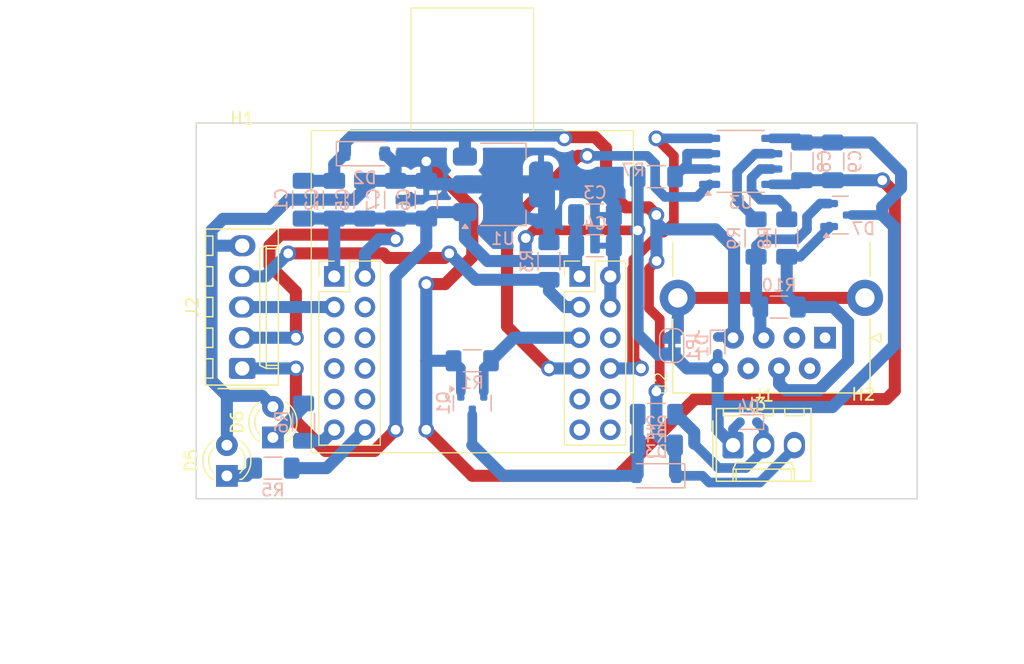
<source format=kicad_pcb>
(kicad_pcb (version 20221018) (generator pcbnew)
  (layers (0 "F.Cu" signal) (31 "B.Cu" signal) (34 "B.Paste" user) (35 "F.Paste" user) (36 "B.SilkS" user "B.Silkscreen") (37 "F.SilkS" user "F.Silkscreen") (38 "B.Mask" user) (39 "F.Mask" user) (44 "Edge.Cuts" user))
  (net 0 "")
  (net 1 "VCC")
  (net 2 "GND")
  (net 3 "+3V3")
  (net 4 "Net-(D3-A)")
  (net 5 "Net-(D4-K)")
  (net 6 "/LED_STATUS")
  (net 7 "/LED_1")
  (net 8 "/MODBUS_B")
  (net 9 "/MODBUS_A")
  (net 10 "/DC")
  (net 11 "/DD")
  (net 12 "/~{RST}")
  (net 17 "Earth")
  (net 18 "/ONEWIRE")
  (net 19 "/MODBUS_DE")
  (net 20 "Net-(U3-B)")
  (net 21 "Net-(U3-A)")
  (net 30 "/MODBUS_RO")
  (net 31 "/MODBUS_DI")
  (net 36 "Net-(D5-K)")
  (net 37 "Net-(D6-K)")
  (footprint "MountingHole:MountingHole_3.2mm_M3" (layer "F.Cu") (at 121.285 90.17)
    (fp_text reference "H2" (at 0 -4.2) (layer "F.SilkS"))
    (fp_text value "MountingHole")
    (pad "" np_thru_hole circle (at 0 0) (size 3.2 3.2) (drill 3.2) (layers "*.Cu" "*.Mask"))
  )
  (footprint "LED_THT:LED_D3.0mm" (layer "F.Cu") (at 72.39 89.535 90)
    (fp_text reference "D6" (at 1.27 -2.96 90) (layer "F.SilkS"))
    (fp_text value "LED")
    (pad "1" thru_hole rect (at 0 0 90) (size 1.8 1.8) (drill 0.9) (layers "*.Cu" "*.Mask") (net 37 "Net-(D6-K)"))
    (pad "2" thru_hole circle (at 2.54 0 90) (size 1.8 1.8) (drill 0.9) (layers "*.Cu" "*.Mask") (net 3 "+3V3"))
  )
  (footprint "Connector_RJ:RJ45_HALO_HFJ11-x2450HRL_Horizontal" (layer "F.Cu") (at 118.11 81.28 180)
    (fp_text reference "J3" (at 5.715 -5.5) (layer "F.SilkS"))
    (fp_text value "RJ45_Shielded")
    (pad "" np_thru_hole circle (at -1.27 6.35 180) (size 3.25 3.25) (drill 3.25) (layers "*.Cu" "*.Mask"))
    (pad "" np_thru_hole circle (at 10.16 6.35 180) (size 3.25 3.25) (drill 3.25) (layers "*.Cu" "*.Mask"))
    (pad "1" thru_hole rect (at 0 0 180) (size 1.8 1.8) (drill 0.89) (layers "*.Cu" "*.Mask"))
    (pad "2" thru_hole circle (at 1.27 -2.54 180) (size 1.8 1.8) (drill 0.89) (layers "*.Cu" "*.Mask"))
    (pad "3" thru_hole circle (at 2.54 0 180) (size 1.8 1.8) (drill 0.89) (layers "*.Cu" "*.Mask"))
    (pad "4" thru_hole circle (at 3.81 -2.54 180) (size 1.8 1.8) (drill 0.89) (layers "*.Cu" "*.Mask") (net 8 "/MODBUS_B"))
    (pad "5" thru_hole circle (at 5.08 0 180) (size 1.8 1.8) (drill 0.89) (layers "*.Cu" "*.Mask") (net 9 "/MODBUS_A"))
    (pad "6" thru_hole circle (at 6.35 -2.54 180) (size 1.8 1.8) (drill 0.89) (layers "*.Cu" "*.Mask"))
    (pad "7" thru_hole circle (at 7.62 0 180) (size 1.8 1.8) (drill 0.89) (layers "*.Cu" "*.Mask") (net 1 "VCC"))
    (pad "8" thru_hole circle (at 8.89 -2.54 180) (size 1.8 1.8) (drill 0.89) (layers "*.Cu" "*.Mask") (net 2 "GND"))
    (pad "SH" thru_hole circle (at -3.3 3.3 180) (size 3 3) (drill 1.6) (layers "*.Cu" "*.Mask") (net 17 "Earth"))
    (pad "SH" thru_hole circle (at 12.19 3.3 180) (size 3 3) (drill 1.6) (layers "*.Cu" "*.Mask") (net 17 "Earth"))
  )
  (footprint "LED_THT:LED_D3.0mm" (layer "F.Cu") (at 68.58 92.715 90)
    (fp_text reference "D5" (at 1.27 -2.96 90) (layer "F.SilkS"))
    (fp_text value "LED")
    (pad "1" thru_hole rect (at 0 0 90) (size 1.8 1.8) (drill 0.9) (layers "*.Cu" "*.Mask") (net 36 "Net-(D5-K)"))
    (pad "2" thru_hole circle (at 2.54 0 90) (size 1.8 1.8) (drill 0.9) (layers "*.Cu" "*.Mask") (net 3 "+3V3"))
  )
  (footprint "Connector_Molex:Molex_KK-254_AE-6410-03A_1x03_P2.54mm_Vertical" (layer "F.Cu") (at 110.49 90.17)
    (fp_text reference "J1" (at 2.54 -4.12) (layer "F.SilkS"))
    (fp_text value "Conn_01x03")
    (pad "1" thru_hole roundrect (at 0 0) (size 1.74 2.19) (drill 1.19) (layers "*.Cu" "*.Mask") (roundrect_rratio 0.143678) (net 2 "GND"))
    (pad "2" thru_hole oval (at 2.54 0) (size 1.74 2.19) (drill 1.19) (layers "*.Cu" "*.Mask") (net 5 "Net-(D4-K)"))
    (pad "3" thru_hole oval (at 5.08 0) (size 1.74 2.19) (drill 1.19) (layers "*.Cu" "*.Mask") (net 1 "VCC"))
  )
  (footprint "ondra:CC2530F256_module" (layer "F.Cu") (at 88.9 82.55)
    (fp_text reference "U2" (at 15.645 2.54 90 unlocked) (layer "F.SilkS") (effects (font (thickness 0.1))))
    (fp_text value "CC2530F256 module")
    (pad "1" thru_hole rect (at -11.43 -6.35) (size 1.7 1.7) (drill 1) (layers "*.Cu" "*.Mask") (net 2 "GND"))
    (pad "2" thru_hole circle (at -8.89 -6.35) (size 1.7 1.7) (drill 1) (layers "*.Cu" "*.Mask") (net 10 "/DC"))
    (pad "3" thru_hole circle (at -11.43 -3.81) (size 1.7 1.7) (drill 1) (layers "*.Cu" "*.Mask") (net 11 "/DD"))
    (pad "4" thru_hole circle (at -8.89 -3.81) (size 1.7 1.7) (drill 1) (layers "*.Cu" "*.Mask"))
    (pad "5" thru_hole circle (at -11.43 -1.27) (size 1.7 1.7) (drill 1) (layers "*.Cu" "*.Mask"))
    (pad "6" thru_hole circle (at -8.89 -1.27) (size 1.7 1.7) (drill 1) (layers "*.Cu" "*.Mask"))
    (pad "7" thru_hole circle (at -11.43 1.27) (size 1.7 1.7) (drill 1) (layers "*.Cu" "*.Mask"))
    (pad "8" thru_hole circle (at -8.89 1.27) (size 1.7 1.7) (drill 1) (layers "*.Cu" "*.Mask"))
    (pad "9" thru_hole circle (at -11.43 3.81) (size 1.7 1.7) (drill 1) (layers "*.Cu" "*.Mask"))
    (pad "10" thru_hole circle (at -8.89 3.81) (size 1.7 1.7) (drill 1) (layers "*.Cu" "*.Mask"))
    (pad "11" thru_hole circle (at -11.43 6.35) (size 1.7 1.7) (drill 1) (layers "*.Cu" "*.Mask") (net 7 "/LED_1"))
    (pad "12" thru_hole circle (at -8.89 6.35) (size 1.7 1.7) (drill 1) (layers "*.Cu" "*.Mask") (net 6 "/LED_STATUS"))
    (pad "13" thru_hole rect (at 8.89 -6.35) (size 1.7 1.7) (drill 1) (layers "*.Cu" "*.Mask") (net 2 "GND"))
    (pad "14" thru_hole circle (at 11.43 -6.35) (size 1.7 1.7) (drill 1) (layers "*.Cu" "*.Mask") (net 3 "+3V3"))
    (pad "15" thru_hole circle (at 8.89 -3.81) (size 1.7 1.7) (drill 1) (layers "*.Cu" "*.Mask") (net 12 "/~{RST}"))
    (pad "16" thru_hole circle (at 11.43 -3.81) (size 1.7 1.7) (drill 1) (layers "*.Cu" "*.Mask") (net 3 "+3V3"))
    (pad "17" thru_hole circle (at 8.89 -1.27) (size 1.7 1.7) (drill 1) (layers "*.Cu" "*.Mask") (net 18 "/ONEWIRE"))
    (pad "18" thru_hole circle (at 11.43 -1.27) (size 1.7 1.7) (drill 1) (layers "*.Cu" "*.Mask"))
    (pad "19" thru_hole circle (at 8.89 1.27) (size 1.7 1.7) (drill 1) (layers "*.Cu" "*.Mask") (net 30 "/MODBUS_RO"))
    (pad "20" thru_hole circle (at 11.43 1.27) (size 1.7 1.7) (drill 1) (layers "*.Cu" "*.Mask") (net 31 "/MODBUS_DI"))
    (pad "21" thru_hole circle (at 8.89 3.81) (size 1.7 1.7) (drill 1) (layers "*.Cu" "*.Mask"))
    (pad "22" thru_hole circle (at 11.43 3.81) (size 1.7 1.7) (drill 1) (layers "*.Cu" "*.Mask"))
    (pad "23" thru_hole circle (at 8.89 6.35) (size 1.7 1.7) (drill 1) (layers "*.Cu" "*.Mask"))
    (pad "24" thru_hole circle (at 11.43 6.35) (size 1.7 1.7) (drill 1) (layers "*.Cu" "*.Mask"))
  )
  (footprint "Connector_Molex:Molex_KK-254_AE-6410-05A_1x05_P2.54mm_Vertical" (layer "F.Cu") (at 69.85 83.82 90)
    (fp_text reference "J2" (at 5.08 -4.12 90) (layer "F.SilkS"))
    (fp_text value "Conn_01x05")
    (pad "1" thru_hole roundrect (at 0 0 90) (size 1.74 2.19) (drill 1.19) (layers "*.Cu" "*.Mask") (roundrect_rratio 0.143678) (net 2 "GND"))
    (pad "2" thru_hole oval (at 2.54 0 90) (size 1.74 2.19) (drill 1.19) (layers "*.Cu" "*.Mask") (net 10 "/DC"))
    (pad "3" thru_hole oval (at 5.08 0 90) (size 1.74 2.19) (drill 1.19) (layers "*.Cu" "*.Mask") (net 11 "/DD"))
    (pad "4" thru_hole oval (at 7.62 0 90) (size 1.74 2.19) (drill 1.19) (layers "*.Cu" "*.Mask") (net 12 "/~{RST}"))
    (pad "5" thru_hole oval (at 10.16 0 90) (size 1.74 2.19) (drill 1.19) (layers "*.Cu" "*.Mask") (net 3 "+3V3"))
  )
  (footprint "MountingHole:MountingHole_3.2mm_M3" (layer "F.Cu") (at 69.85 67.31)
    (fp_text reference "H1" (at 0 -4.2) (layer "F.SilkS"))
    (fp_text value "MountingHole")
    (pad "" np_thru_hole circle (at 0 0) (size 3.2 3.2) (drill 3.2) (layers "*.Cu" "*.Mask"))
  )
  (footprint "Package_TO_SOT_SMD:SOT-23" (layer "B.Cu") (at 119.38 71.12)
    (fp_text reference "D7" (at 1.905 1.13) (layer "B.SilkS") (effects (justify mirror)))
    (fp_text value "SM712_SOT23")
    (pad "1" smd roundrect (at -0.9375 0.95) (size 1.475 0.6) (layers "B.Cu" "B.Paste" "B.Mask") (net 8 "/MODBUS_B"))
    (pad "2" smd roundrect (at -0.9375 -0.95) (size 1.475 0.6) (layers "B.Cu" "B.Paste" "B.Mask") (net 9 "/MODBUS_A"))
    (pad "3" smd roundrect (at 0.9375 0) (size 1.475 0.6) (layers "B.Cu" "B.Paste" "B.Mask") (net 2 "GND"))
  )
  (footprint "Resistor_SMD:R_1206_3216Metric_Pad1.30x1.75mm_HandSolder" (layer "B.Cu") (at 95.25 74.93 -90)
    (fp_text reference "R3" (at 0 1.82 90) (layer "B.SilkS") (effects (justify mirror)))
    (fp_text value "10k")
    (pad "1" smd roundrect (at -1.55 0 270) (size 1.3 1.75) (layers "B.Cu" "B.Paste" "B.Mask") (roundrect_rratio 0.192308) (net 3 "+3V3"))
    (pad "2" smd roundrect (at 1.55 0 270) (size 1.3 1.75) (layers "B.Cu" "B.Paste" "B.Mask") (roundrect_rratio 0.192308) (net 12 "/~{RST}"))
  )
  (footprint "Resistor_SMD:R_1206_3216Metric_Pad1.30x1.75mm_HandSolder" (layer "B.Cu") (at 114.935 73.025 -90)
    (fp_text reference "R8" (at 0 1.82 90) (layer "B.SilkS") (effects (justify mirror)))
    (fp_text value "10")
    (pad "1" smd roundrect (at -1.55 0 270) (size 1.3 1.75) (layers "B.Cu" "B.Paste" "B.Mask") (roundrect_rratio 0.192308) (net 20 "Net-(U3-B)"))
    (pad "2" smd roundrect (at 1.55 0 270) (size 1.3 1.75) (layers "B.Cu" "B.Paste" "B.Mask") (roundrect_rratio 0.192308) (net 8 "/MODBUS_B"))
  )
  (footprint "Resistor_SMD:R_1206_3216Metric_Pad1.30x1.75mm_HandSolder" (layer "B.Cu") (at 114.3 78.74 180)
    (fp_text reference "R10" (at 0 1.82) (layer "B.SilkS") (effects (justify mirror)))
    (fp_text value "150 / 0.25W")
    (pad "1" smd roundrect (at -1.55 0 180) (size 1.3 1.75) (layers "B.Cu" "B.Paste" "B.Mask") (roundrect_rratio 0.192308) (net 8 "/MODBUS_B"))
    (pad "2" smd roundrect (at 1.55 0 180) (size 1.3 1.75) (layers "B.Cu" "B.Paste" "B.Mask") (roundrect_rratio 0.192308) (net 9 "/MODBUS_A"))
  )
  (footprint "Capacitor_SMD:C_1206_3216Metric_Pad1.33x1.80mm_HandSolder" (layer "B.Cu") (at 99.06 73.66 180)
    (fp_text reference "C4" (at 0 1.85) (layer "B.SilkS") (effects (justify mirror)))
    (fp_text value "10n")
    (pad "1" smd roundrect (at -1.5625 0 180) (size 1.325 1.8) (layers "B.Cu" "B.Paste" "B.Mask") (roundrect_rratio 0.188679) (net 3 "+3V3"))
    (pad "2" smd roundrect (at 1.5625 0 180) (size 1.325 1.8) (layers "B.Cu" "B.Paste" "B.Mask") (roundrect_rratio 0.188679) (net 2 "GND"))
  )
  (footprint "Resistor_SMD:R_1206_3216Metric_Pad1.30x1.75mm_HandSolder" (layer "B.Cu") (at 88.9 83.185)
    (fp_text reference "R1" (at 0 1.82) (layer "B.SilkS") (effects (justify mirror)))
    (fp_text value "10k")
    (pad "1" smd roundrect (at -1.55 0) (size 1.3 1.75) (layers "B.Cu" "B.Paste" "B.Mask") (roundrect_rratio 0.192308) (net 3 "+3V3"))
    (pad "2" smd roundrect (at 1.55 0) (size 1.3 1.75) (layers "B.Cu" "B.Paste" "B.Mask") (roundrect_rratio 0.192308) (net 18 "/ONEWIRE"))
  )
  (footprint "Resistor_SMD:R_1206_3216Metric_Pad1.30x1.75mm_HandSolder" (layer "B.Cu") (at 72.39 92.075)
    (fp_text reference "R5" (at 0 1.82) (layer "B.SilkS") (effects (justify mirror)))
    (fp_text value "1k")
    (pad "1" smd roundrect (at -1.55 0) (size 1.3 1.75) (layers "B.Cu" "B.Paste" "B.Mask") (roundrect_rratio 0.192308) (net 36 "Net-(D5-K)"))
    (pad "2" smd roundrect (at 1.55 0) (size 1.3 1.75) (layers "B.Cu" "B.Paste" "B.Mask") (roundrect_rratio 0.192308) (net 6 "/LED_STATUS"))
  )
  (footprint "Capacitor_SMD:C_1206_3216Metric_Pad1.33x1.80mm_HandSolder" (layer "B.Cu") (at 77.47 69.85 -90)
    (fp_text reference "C2" (at 0 1.85 90) (layer "B.SilkS") (effects (justify mirror)))
    (fp_text value "100n")
    (pad "1" smd roundrect (at -1.5625 0 270) (size 1.325 1.8) (layers "B.Cu" "B.Paste" "B.Mask") (roundrect_rratio 0.188679) (net 1 "VCC"))
    (pad "2" smd roundrect (at 1.5625 0 270) (size 1.325 1.8) (layers "B.Cu" "B.Paste" "B.Mask") (roundrect_rratio 0.188679) (net 2 "GND"))
  )
  (footprint "Capacitor_SMD:C_1206_3216Metric_Pad1.33x1.80mm_HandSolder" (layer "B.Cu") (at 85.09 69.85 -90)
    (fp_text reference "C6" (at 0 1.85 90) (layer "B.SilkS") (effects (justify mirror)))
    (fp_text value "10u")
    (pad "1" smd roundrect (at -1.5625 0 270) (size 1.325 1.8) (layers "B.Cu" "B.Paste" "B.Mask") (roundrect_rratio 0.188679) (net 3 "+3V3"))
    (pad "2" smd roundrect (at 1.5625 0 270) (size 1.325 1.8) (layers "B.Cu" "B.Paste" "B.Mask") (roundrect_rratio 0.188679) (net 2 "GND"))
  )
  (footprint "Capacitor_SMD:C_1206_3216Metric_Pad1.33x1.80mm_HandSolder" (layer "B.Cu") (at 80.01 69.85 -90)
    (fp_text reference "C5" (at 0 1.85 90) (layer "B.SilkS") (effects (justify mirror)))
    (fp_text value "10u")
    (pad "1" smd roundrect (at -1.5625 0 270) (size 1.325 1.8) (layers "B.Cu" "B.Paste" "B.Mask") (roundrect_rratio 0.188679) (net 3 "+3V3"))
    (pad "2" smd roundrect (at 1.5625 0 270) (size 1.325 1.8) (layers "B.Cu" "B.Paste" "B.Mask") (roundrect_rratio 0.188679) (net 2 "GND"))
  )
  (footprint "Resistor_SMD:R_1206_3216Metric_Pad1.30x1.75mm_HandSolder" (layer "B.Cu") (at 74.93 88.265 -90)
    (fp_text reference "R6" (at 0 1.82 90) (layer "B.SilkS") (effects (justify mirror)))
    (fp_text value "1k")
    (pad "1" smd roundrect (at -1.55 0 270) (size 1.3 1.75) (layers "B.Cu" "B.Paste" "B.Mask") (roundrect_rratio 0.192308) (net 37 "Net-(D6-K)"))
    (pad "2" smd roundrect (at 1.55 0 270) (size 1.3 1.75) (layers "B.Cu" "B.Paste" "B.Mask") (roundrect_rratio 0.192308) (net 7 "/LED_1"))
  )
  (footprint "Resistor_SMD:R_1206_3216Metric_Pad1.30x1.75mm_HandSolder" (layer "B.Cu") (at 104.14 87.63)
    (fp_text reference "R4" (at 0 1.82) (layer "B.SilkS") (effects (justify mirror)))
    (fp_text value "100")
    (pad "1" smd roundrect (at -1.55 0) (size 1.3 1.75) (layers "B.Cu" "B.Paste" "B.Mask") (roundrect_rratio 0.192308) (net 4 "Net-(D3-A)"))
    (pad "2" smd roundrect (at 1.55 0) (size 1.3 1.75) (layers "B.Cu" "B.Paste" "B.Mask") (roundrect_rratio 0.192308) (net 5 "Net-(D4-K)"))
  )
  (footprint "Jumper:SolderJumper-2_P1.3mm_Bridged_RoundedPad1.0x1.5mm" (layer "B.Cu") (at 105.41 81.93 90)
    (fp_text reference "JP1" (at 0 1.8 90) (layer "B.SilkS") (effects (justify mirror)))
    (fp_text value "SolderJumper_2_Bridged")
    (fp_poly (pts (xy 0.25 0.3) (xy -0.25 0.3) (xy -0.25 -0.3) (xy 0.25 -0.3)) (fill solid) (layer "B.Cu"))
    (pad "1" smd custom (at -0.65 0 90) (size 1 0.5) (layers "B.Cu" "B.Mask") (net 2 "GND") (options (clearance outline) (anchor rect)) (primitives (gr_circle (center 0 -0.25) (end 0.5 -0.25) (width 0) (fill yes)) (gr_circle (center 0 0.25) (end 0.5 0.25) (width 0) (fill yes)) (gr_poly (pts (xy 0.5 -0.75) (xy 0 -0.75) (xy 0 0.75) (xy 0.5 0.75)) (width 0) (fill yes))))
    (pad "2" smd custom (at 0.65 0 90) (size 1 0.5) (layers "B.Cu" "B.Mask") (net 17 "Earth") (options (clearance outline) (anchor rect)) (primitives (gr_circle (center 0 -0.25) (end 0.5 -0.25) (width 0) (fill yes)) (gr_circle (center 0 0.25) (end 0.5 0.25) (width 0) (fill yes)) (gr_poly (pts (xy 0 -0.75) (xy -0.5 -0.75) (xy -0.5 0.75) (xy 0 0.75)) (width 0) (fill yes))))
  )
  (footprint "Package_TO_SOT_SMD:SOT-23" (layer "B.Cu") (at 88.9 86.6925 -90)
    (fp_text reference "Q1" (at 0 2.4 90) (layer "B.SilkS") (effects (justify mirror)))
    (fp_text value "BSS138")
    (pad "1" smd roundrect (at -0.9375 0.95 270) (size 1.475 0.6) (layers "B.Cu" "B.Paste" "B.Mask") (net 3 "+3V3"))
    (pad "2" smd roundrect (at -0.9375 -0.95 270) (size 1.475 0.6) (layers "B.Cu" "B.Paste" "B.Mask") (net 18 "/ONEWIRE"))
    (pad "3" smd roundrect (at 0.9375 0 270) (size 1.475 0.6) (layers "B.Cu" "B.Paste" "B.Mask") (net 4 "Net-(D3-A)"))
  )
  (footprint "Capacitor_SMD:C_1206_3216Metric_Pad1.33x1.80mm_HandSolder" (layer "B.Cu") (at 99.06 71.12 180)
    (fp_text reference "C3" (at 0 1.85) (layer "B.SilkS") (effects (justify mirror)))
    (fp_text value "100n")
    (pad "1" smd roundrect (at -1.5625 0 180) (size 1.325 1.8) (layers "B.Cu" "B.Paste" "B.Mask") (roundrect_rratio 0.188679) (net 3 "+3V3"))
    (pad "2" smd roundrect (at 1.5625 0 180) (size 1.325 1.8) (layers "B.Cu" "B.Paste" "B.Mask") (roundrect_rratio 0.188679) (net 2 "GND"))
  )
  (footprint "Capacitor_SMD:C_1206_3216Metric_Pad1.33x1.80mm_HandSolder" (layer "B.Cu") (at 74.93 69.85 -90)
    (fp_text reference "C1" (at 0 1.85 90) (layer "B.SilkS") (effects (justify mirror)))
    (fp_text value "10u")
    (pad "1" smd roundrect (at -1.5625 0 270) (size 1.325 1.8) (layers "B.Cu" "B.Paste" "B.Mask") (roundrect_rratio 0.188679) (net 1 "VCC"))
    (pad "2" smd roundrect (at 1.5625 0 270) (size 1.325 1.8) (layers "B.Cu" "B.Paste" "B.Mask") (roundrect_rratio 0.188679) (net 2 "GND"))
  )
  (footprint "Resistor_SMD:R_1206_3216Metric_Pad1.30x1.75mm_HandSolder" (layer "B.Cu") (at 104.14 90.17 180)
    (fp_text reference "R2" (at 0 1.82) (layer "B.SilkS") (effects (justify mirror)))
    (fp_text value "10k")
    (pad "1" smd roundrect (at -1.55 0 180) (size 1.3 1.75) (layers "B.Cu" "B.Paste" "B.Mask") (roundrect_rratio 0.192308) (net 1 "VCC"))
    (pad "2" smd roundrect (at 1.55 0 180) (size 1.3 1.75) (layers "B.Cu" "B.Paste" "B.Mask") (roundrect_rratio 0.192308) (net 4 "Net-(D3-A)"))
  )
  (footprint "Package_TO_SOT_SMD:SOT-223-3_TabPin2" (layer "B.Cu") (at 91.44 68.58)
    (fp_text reference "U1" (at 0 4.5) (layer "B.SilkS") (effects (justify mirror)))
    (fp_text value "AZ1117-3.3")
    (pad "1" smd roundrect (at -3.15 2.3) (size 2 1.5) (layers "B.Cu" "B.Paste" "B.Mask") (net 2 "GND"))
    (pad "2" smd roundrect (at -3.15 0) (size 2 1.5) (layers "B.Cu" "B.Paste" "B.Mask") (net 3 "+3V3"))
    (pad "2" smd roundrect (at 3.15 0) (size 2 3.8) (layers "B.Cu" "B.Paste" "B.Mask") (net 3 "+3V3"))
    (pad "3" smd roundrect (at -3.15 -2.3) (size 2 1.5) (layers "B.Cu" "B.Paste" "B.Mask") (net 1 "VCC"))
  )
  (footprint "Diode_SMD:D_SOD-123" (layer "B.Cu") (at 104.14 92.71 180)
    (fp_text reference "D3" (at 0 2) (layer "B.SilkS") (effects (justify mirror)))
    (fp_text value "1N4148W")
    (pad "1" smd roundrect (at -1.65 0 180) (size 0.9 1.2) (layers "B.Cu" "B.Paste" "B.Mask") (net 1 "VCC"))
    (pad "2" smd roundrect (at 1.65 0 180) (size 0.9 1.2) (layers "B.Cu" "B.Paste" "B.Mask") (net 4 "Net-(D3-A)"))
  )
  (footprint "Diode_SMD:D_SOD-523" (layer "B.Cu") (at 109.22 81.915 -90)
    (fp_text reference "D1" (at 0 1.3 90) (layer "B.SilkS") (effects (justify mirror)))
    (fp_text value "ESD5Z5V0")
    (pad "1" smd roundrect (at -0.7 0 90) (size 0.6 0.7) (layers "B.Cu" "B.Paste" "B.Mask") (net 1 "VCC"))
    (pad "2" smd roundrect (at 0.7 0 90) (size 0.6 0.7) (layers "B.Cu" "B.Paste" "B.Mask") (net 2 "GND"))
  )
  (footprint "Capacitor_SMD:C_1206_3216Metric_Pad1.33x1.80mm_HandSolder" (layer "B.Cu") (at 82.55 69.85 -90)
    (fp_text reference "C7" (at 0 1.85 90) (layer "B.SilkS") (effects (justify mirror)))
    (fp_text value "330n")
    (pad "1" smd roundrect (at -1.5625 0 270) (size 1.325 1.8) (layers "B.Cu" "B.Paste" "B.Mask") (roundrect_rratio 0.188679) (net 3 "+3V3"))
    (pad "2" smd roundrect (at 1.5625 0 270) (size 1.325 1.8) (layers "B.Cu" "B.Paste" "B.Mask") (roundrect_rratio 0.188679) (net 2 "GND"))
  )
  (footprint "Diode_SMD:D_SOD-523" (layer "B.Cu") (at 111.76 88.265 180)
    (fp_text reference "D4" (at 0 1.3) (layer "B.SilkS") (effects (justify mirror)))
    (fp_text value "ESD5Z5V0")
    (pad "1" smd roundrect (at -0.7 0) (size 0.6 0.7) (layers "B.Cu" "B.Paste" "B.Mask") (net 5 "Net-(D4-K)"))
    (pad "2" smd roundrect (at 0.7 0) (size 0.6 0.7) (layers "B.Cu" "B.Paste" "B.Mask") (net 2 "GND"))
  )
  (footprint "Package_SO:SO-8_3.9x4.9mm_P1.27mm" (layer "B.Cu") (at 111.125 66.675)
    (fp_text reference "U3" (at 0 3.4) (layer "B.SilkS") (effects (justify mirror)))
    (fp_text value "MAX3485EESA")
    (pad "1" smd roundrect (at -2.575 1.905) (size 1.75 0.6) (layers "B.Cu" "B.Paste" "B.Mask") (net 30 "/MODBUS_RO"))
    (pad "2" smd roundrect (at -2.575 0.635) (size 1.75 0.6) (layers "B.Cu" "B.Paste" "B.Mask") (net 19 "/MODBUS_DE"))
    (pad "3" smd roundrect (at -2.575 -0.635) (size 1.75 0.6) (layers "B.Cu" "B.Paste" "B.Mask") (net 19 "/MODBUS_DE"))
    (pad "4" smd roundrect (at -2.575 -1.905) (size 1.75 0.6) (layers "B.Cu" "B.Paste" "B.Mask") (net 31 "/MODBUS_DI"))
    (pad "5" smd roundrect (at 2.575 -1.905) (size 1.75 0.6) (layers "B.Cu" "B.Paste" "B.Mask") (net 2 "GND"))
    (pad "6" smd roundrect (at 2.575 -0.635) (size 1.75 0.6) (layers "B.Cu" "B.Paste" "B.Mask") (net 21 "Net-(U3-A)"))
    (pad "7" smd roundrect (at 2.575 0.635) (size 1.75 0.6) (layers "B.Cu" "B.Paste" "B.Mask") (net 20 "Net-(U3-B)"))
    (pad "8" smd roundrect (at 2.575 1.905) (size 1.75 0.6) (layers "B.Cu" "B.Paste" "B.Mask") (net 3 "+3V3"))
  )
  (footprint "Diode_SMD:D_SOD-123" (layer "B.Cu") (at 80.01 66.04)
    (fp_text reference "D2" (at 0 2) (layer "B.SilkS") (effects (justify mirror)))
    (fp_text value "1N4148W")
    (pad "1" smd roundrect (at -1.65 0) (size 0.9 1.2) (layers "B.Cu" "B.Paste" "B.Mask") (net 1 "VCC"))
    (pad "2" smd roundrect (at 1.65 0) (size 0.9 1.2) (layers "B.Cu" "B.Paste" "B.Mask") (net 3 "+3V3"))
  )
  (footprint "Resistor_SMD:R_1206_3216Metric_Pad1.30x1.75mm_HandSolder" (layer "B.Cu") (at 104.14 67.945 180)
    (fp_text reference "R7" (at 1.905 0.55) (layer "B.SilkS") (effects (justify mirror)))
    (fp_text value "10k")
    (pad "1" smd roundrect (at -1.55 0 180) (size 1.3 1.75) (layers "B.Cu" "B.Paste" "B.Mask") (roundrect_rratio 0.192308) (net 19 "/MODBUS_DE"))
    (pad "2" smd roundrect (at 1.55 0 180) (size 1.3 1.75) (layers "B.Cu" "B.Paste" "B.Mask") (roundrect_rratio 0.192308) (net 2 "GND"))
  )
  (footprint "Resistor_SMD:R_1206_3216Metric_Pad1.30x1.75mm_HandSolder" (layer "B.Cu") (at 112.395 73.025 -90)
    (fp_text reference "R9" (at 0 1.82 90) (layer "B.SilkS") (effects (justify mirror)))
    (fp_text value "10")
    (pad "1" smd roundrect (at -1.55 0 270) (size 1.3 1.75) (layers "B.Cu" "B.Paste" "B.Mask") (roundrect_rratio 0.192308) (net 21 "Net-(U3-A)"))
    (pad "2" smd roundrect (at 1.55 0 270) (size 1.3 1.75) (layers "B.Cu" "B.Paste" "B.Mask") (roundrect_rratio 0.192308) (net 9 "/MODBUS_A"))
  )
  (footprint "Capacitor_SMD:C_1206_3216Metric_Pad1.33x1.80mm_HandSolder" (layer "B.Cu") (at 118.745 66.675 90)
    (fp_text reference "C9" (at 0 1.85 90) (layer "B.SilkS") (effects (justify mirror)))
    (fp_text value "100n")
    (pad "1" smd roundrect (at -1.5625 0 90) (size 1.325 1.8) (layers "B.Cu" "B.Paste" "B.Mask") (roundrect_rratio 0.188679) (net 3 "+3V3"))
    (pad "2" smd roundrect (at 1.5625 0 90) (size 1.325 1.8) (layers "B.Cu" "B.Paste" "B.Mask") (roundrect_rratio 0.188679) (net 2 "GND"))
  )
  (footprint "Capacitor_SMD:C_1206_3216Metric_Pad1.33x1.80mm_HandSolder" (layer "B.Cu") (at 116.205 66.675 90)
    (fp_text reference "C8" (at 0 1.85 90) (layer "B.SilkS") (effects (justify mirror)))
    (fp_text value "10u")
    (pad "1" smd roundrect (at -1.5625 0 90) (size 1.325 1.8) (layers "B.Cu" "B.Paste" "B.Mask") (roundrect_rratio 0.188679) (net 3 "+3V3"))
    (pad "2" smd roundrect (at 1.5625 0 90) (size 1.325 1.8) (layers "B.Cu" "B.Paste" "B.Mask") (roundrect_rratio 0.188679) (net 2 "GND"))
  )
  (gr_line (start 66.04 63.5) (end 66.04 94.615) (stroke (width 0.1)) (layer "Edge.Cuts"))
  (gr_line (start 66.04 94.615) (end 125.73 94.615) (stroke (width 0.1)) (layer "Edge.Cuts"))
  (gr_line (start 125.73 63.5) (end 66.04 63.5) (stroke (width 0.1)) (layer "Edge.Cuts"))
  (gr_line (start 125.73 94.615) (end 125.73 63.5) (stroke (width 0.1)) (layer "Edge.Cuts"))
  (segment (start 103.535 75.558109) (end 104.163109 74.93) (width 0.8) (layer "F.Cu") (net 1))
  (segment (start 104.42 79.732692) (end 104.42 85.445) (width 0.8) (layer "F.Cu") (net 1))
  (segment (start 99.067032 64.67) (end 99.975 65.577968) (width 1) (layer "F.Cu") (net 1))
  (segment (start 101.6 70.485) (end 99.975 68.86) (width 1) (layer "F.Cu") (net 1))
  (segment (start 103.535 78.847692) (end 103.535 75.558109) (width 0.8) (layer "F.Cu") (net 1))
  (segment (start 103.535 78.847692) (end 104.42 79.732692) (width 0.8) (layer "F.Cu") (net 1))
  (segment (start 99.975 65.577968) (end 99.975 68.86) (width 1) (layer "F.Cu") (net 1))
  (segment (start 103.505 70.485) (end 101.6 70.485) (width 1) (layer "F.Cu") (net 1))
  (segment (start 96.62 64.67) (end 99.067032 64.67) (width 1) (layer "F.Cu") (net 1))
  (segment (start 104.42 85.445) (end 104.14 85.725) (width 0.8) (layer "F.Cu") (net 1))
  (segment (start 96.52 64.77) (end 96.62 64.67) (width 1) (layer "F.Cu") (net 1))
  (segment (start 104.14 71.12) (end 103.505 70.485) (width 1) (layer "F.Cu") (net 1))
  (via (at 104.14 85.725) (size 1.3) (drill 0.8) (layers "F.Cu" "B.Cu") (net 1))
  (via (at 104.14 71.12) (size 1.3) (drill 0.8) (layers "F.Cu" "B.Cu") (net 1))
  (via (at 96.52 64.77) (size 1.3) (drill 0.8) (layers "F.Cu" "B.Cu") (net 1))
  (via (at 104.163109 74.93) (size 1.3) (drill 0.8) (layers "F.Cu" "B.Cu") (net 1))
  (segment (start 115.57 90.17) (end 115.57 90.395) (width 0.8) (layer "B.Cu") (net 1))
  (segment (start 109.22 81.215) (end 110.425 81.215) (width 0.8) (layer "B.Cu") (net 1))
  (segment (start 105.69 90.17) (end 105.69 92.61) (width 1) (layer "B.Cu") (net 1))
  (segment (start 77.47 68.2875) (end 74.93 68.2875) (width 1) (layer "B.Cu") (net 1))
  (segment (start 110.575 73.842689) (end 110.575 81.195) (width 1) (layer "B.Cu") (net 1))
  (segment (start 115.57 90.395) (end 112.7 93.265) (width 0.8) (layer "B.Cu") (net 1))
  (segment (start 110.575 81.195) (end 110.49 81.28) (width 1) (layer "B.Cu") (net 1))
  (segment (start 110.425 81.215) (end 110.49 81.28) (width 0.8) (layer "B.Cu") (net 1))
  (segment (start 86.55 64.54) (end 78.97 64.54) (width 1) (layer "B.Cu") (net 1))
  (segment (start 104.14 89.27) (end 104.14 85.725) (width 1) (layer "B.Cu") (net 1))
  (segment (start 77.47 66.93) (end 78.36 66.04) (width 1) (layer "B.Cu") (net 1))
  (segment (start 105.69 90.17) (end 105.04 90.17) (width 1) (layer "B.Cu") (net 1))
  (segment (start 88.29 66.28) (end 88.29 64.565) (width 1) (layer "B.Cu") (net 1))
  (segment (start 109.037311 72.305) (end 110.575 73.842689) (width 1) (layer "B.Cu") (net 1))
  (segment (start 88.265 64.54) (end 86.55 64.54) (width 1) (layer "B.Cu") (net 1))
  (segment (start 77.47 68.2875) (end 77.47 66.93) (width 1) (layer "B.Cu") (net 1))
  (segment (start 105.69 92.61) (end 105.79 92.71) (width 1) (layer "B.Cu") (net 1))
  (segment (start 109.037311 72.305) (end 104.702146 72.305) (width 1) (layer "B.Cu") (net 1))
  (segment (start 105.04 90.17) (end 104.14 89.27) (width 1) (layer "B.Cu") (net 1))
  (segment (start 88.265 64.54) (end 96.29 64.54) (width 1) (layer "B.Cu") (net 1))
  (segment (start 78.36 65.15) (end 78.36 66.04) (width 1) (layer "B.Cu") (net 1))
  (segment (start 96.29 64.54) (end 96.52 64.77) (width 1) (layer "B.Cu") (net 1))
  (segment (start 112.7 93.265) (end 108.505 93.265) (width 0.8) (layer "B.Cu") (net 1))
  (segment (start 108.505 93.265) (end 107.95 92.71) (width 0.8) (layer "B.Cu") (net 1))
  (segment (start 88.29 64.565) (end 88.265 64.54) (width 1) (layer "B.Cu") (net 1))
  (segment (start 104.702146 72.305) (end 104.152146 71.755) (width 1) (layer "B.Cu") (net 1))
  (segment (start 110.36 81.15) (end 110.49 81.28) (width 0.8) (layer "B.Cu") (net 1))
  (segment (start 107.95 92.71) (end 105.79 92.71) (width 0.8) (layer "B.Cu") (net 1))
  (segment (start 104.14 71.12) (end 104.14 73.646358) (width 1) (layer "B.Cu") (net 1))
  (segment (start 104.14 73.646358) (end 104.163109 74.93) (width 1) (layer "B.Cu") (net 1))
  (segment (start 78.97 64.54) (end 78.36 65.15) (width 1) (layer "B.Cu") (net 1))
  (segment (start 102.59 72.39) (end 93.96 72.39) (width 0.8) (layer "F.Cu") (net 2))
  (segment (start 74.295 83.82) (end 74.295 88.199874) (width 1) (layer "F.Cu") (net 2))
  (segment (start 93.96 72.39) (end 93.325 73.025) (width 0.8) (layer "F.Cu") (net 2))
  (segment (start 74.295 88.199874) (end 76.745126 90.65) (width 1) (layer "F.Cu") (net 2))
  (segment (start 80.8 90.65) (end 82.55 88.9) (width 1) (layer "F.Cu") (net 2))
  (segment (start 76.745126 90.65) (end 80.8 90.65) (width 1) (layer "F.Cu") (net 2))
  (via (at 93.325 73.025) (size 1.3) (drill 0.8) (layers "F.Cu" "B.Cu") (net 2))
  (via (at 74.295 83.82) (size 1.3) (drill 0.8) (layers "F.Cu" "B.Cu") (net 2))
  (via (at 102.59 72.39) (size 1.3) (drill 0.8) (layers "F.Cu" "B.Cu") (net 2))
  (via (at 82.55 88.9) (size 1.3) (drill 0.8) (layers "F.Cu" "B.Cu") (net 2))
  (segment (start 112.998478 86.965) (end 109.25 86.965) (width 1) (layer "B.Cu") (net 2))
  (segment (start 110.49 88.835) (end 111.06 88.265) (width 0.8) (layer "B.Cu") (net 2))
  (segment (start 97.4975 75.9075) (end 97.79 76.2) (width 1) (layer "B.Cu") (net 2))
  (segment (start 106.68 83.82) (end 109.22 83.82) (width 1) (layer "B.Cu") (net 2))
  (segment (start 123.81 81.93) (end 118.72 87.02) (width 1) (layer "B.Cu") (net 2))
  (segment (start 88.29 73.05) (end 88.29 70.88) (width 1) (layer "B.Cu") (net 2))
  (segment (start 102.59 80.982792) (end 104.29235 82.685142) (width 1) (layer "B.Cu") (net 2))
  (segment (start 109.22 83.82) (end 109.22 86.995) (width 1) (layer "B.Cu") (net 2))
  (segment (start 69.85 83.82) (end 74.295 83.82) (width 1) (layer "B.Cu") (net 2))
  (segment (start 118.72 87.02) (end 113.053478 87.02) (width 1) (layer "B.Cu") (net 2))
  (segment (start 97.4975 74.93) (end 93.345 74.93) (width 1) (layer "B.Cu") (net 2))
  (segment (start 104.29235 82.685142) (end 105.545142 82.685142) (width 1) (layer "B.Cu") (net 2))
  (segment (start 110.49 90.17) (end 110.49 88.835) (width 0.8) (layer "B.Cu") (net 2))
  (segment (start 122.842032 71.12) (end 123.81 72.087968) (width 1) (layer "B.Cu") (net 2))
  (segment (start 123.81 72.087968) (end 123.81 81.93) (width 1) (layer "B.Cu") (net 2))
  (segment (start 90.17 74.93) (end 88.29 73.05) (width 1) (layer "B.Cu") (net 2))
  (segment (start 97.4975 74.93) (end 97.4975 75.9075) (width 1) (layer "B.Cu") (net 2))
  (segment (start 115.8625 64.77) (end 116.205 65.1125) (width 0.8) (layer "B.Cu") (net 2))
  (segment (start 122.842032 71.12) (end 122.842032 70.435) (width 1) (layer "B.Cu") (net 2))
  (segment (start 109.22 86.995) (end 109.22 88.9) (width 1) (layer "B.Cu") (net 2))
  (segment (start 82.55 76.2) (end 85.09 73.66) (width 1) (layer "B.Cu") (net 2))
  (segment (start 122.842032 70.435) (end 124.3975 68.879532) (width 1) (layer "B.Cu") (net 2))
  (segment (start 118.745 65.1125) (end 121.914532 65.1125) (width 1) (layer "B.Cu") (net 2))
  (segment (start 85.6225 70.88) (end 85.09 71.4125) (width 1) (layer "B.Cu") (net 2))
  (segment (start 93.325 74.91) (end 93.345 74.93) (width 1) (layer "B.Cu") (net 2))
  (segment (start 102.59 72.39) (end 102.59 80.982792) (width 1) (layer "B.Cu") (net 2))
  (segment (start 124.3975 68.879532) (end 124.3975 67.595468) (width 1) (layer "B.Cu") (net 2))
  (segment (start 85.09 73.66) (end 85.09 71.4125) (width 1) (layer "B.Cu") (net 2))
  (segment (start 74.93 71.4125) (end 85.09 71.4125) (width 1) (layer "B.Cu") (net 2))
  (segment (start 113.053478 87.02) (end 112.998478 86.965) (width 1) (layer "B.Cu") (net 2))
  (segment (start 105.545142 82.685142) (end 106.68 83.82) (width 1) (layer "B.Cu") (net 2))
  (segment (start 77.47 76.2) (end 77.47 71.4125) (width 1) (layer "B.Cu") (net 2))
  (segment (start 120.3175 71.12) (end 122.842032 71.12) (width 0.8) (layer "B.Cu") (net 2))
  (segment (start 113.7 64.77) (end 115.8625 64.77) (width 0.8) (layer "B.Cu") (net 2))
  (segment (start 102.59 72.39) (end 102.59 67.945) (width 1) (layer "B.Cu") (net 2))
  (segment (start 93.325 73.025) (end 93.325 74.91) (width 1) (layer "B.Cu") (net 2))
  (segment (start 97.4975 71.12) (end 97.4975 74.93) (width 1) (layer "B.Cu") (net 2))
  (segment (start 109.25 86.965) (end 109.22 86.995) (width 1) (layer "B.Cu") (net 2))
  (segment (start 116.205 65.1125) (end 118.745 65.1125) (width 1) (layer "B.Cu") (net 2))
  (segment (start 109.22 88.9) (end 110.49 90.17) (width 1) (layer "B.Cu") (net 2))
  (segment (start 82.55 88.9) (end 82.55 76.2) (width 1) (layer "B.Cu") (net 2))
  (segment (start 124.3975 67.595468) (end 121.914532 65.1125) (width 1) (layer "B.Cu") (net 2))
  (segment (start 109.22 82.615) (end 109.22 83.82) (width 0.8) (layer "B.Cu") (net 2))
  (segment (start 88.29 70.88) (end 85.6225 70.88) (width 1) (layer "B.Cu") (net 2))
  (segment (start 93.345 74.93) (end 90.17 74.93) (width 1) (layer "B.Cu") (net 2))
  (segment (start 100.965 92.71) (end 88.9 92.71) (width 1) (layer "F.Cu") (net 3))
  (segment (start 123.885 69.275) (end 123.885 85.665) (width 1) (layer "F.Cu") (net 3))
  (segment (start 88.9 74.582032) (end 88.9 70.485) (width 1) (layer "F.Cu") (net 3))
  (segment (start 88.9 70.485) (end 85.09 66.675) (width 1) (layer "F.Cu") (net 3))
  (segment (start 123.885 85.665) (end 123.19 86.36) (width 1) (layer "F.Cu") (net 3))
  (segment (start 85.09 76.835) (end 86.647032 76.835) (width 1) (layer "F.Cu") (net 3))
  (segment (start 123.19 86.36) (end 107.315 86.36) (width 1) (layer "F.Cu") (net 3))
  (segment (start 122.8475 68.2375) (end 123.885 69.275) (width 1) (layer "F.Cu") (net 3))
  (segment (start 86.647032 76.835) (end 88.9 74.582032) (width 1) (layer "F.Cu") (net 3))
  (segment (start 88.9 92.71) (end 85.09 88.9) (width 1) (layer "F.Cu") (net 3))
  (segment (start 107.315 86.36) (end 100.965 92.71) (width 1) (layer "F.Cu") (net 3))
  (via (at 122.8475 68.2375) (size 1.3) (drill 0.8) (layers "F.Cu" "B.Cu") (net 3))
  (via (at 85.09 76.835) (size 1.3) (drill 0.8) (layers "F.Cu" "B.Cu") (net 3))
  (via (at 85.09 66.675) (size 1.3) (drill 0.8) (layers "F.Cu" "B.Cu") (net 3))
  (via (at 85.09 88.9) (size 1.3) (drill 0.8) (layers "F.Cu" "B.Cu") (net 3))
  (segment (start 85.09 83.185) (end 85.09 76.835) (width 1) (layer "B.Cu") (net 3))
  (segment (start 67.31 84.825) (end 68.58 86.095) (width 1) (layer "B.Cu") (net 3))
  (segment (start 73.66 69.85) (end 79.11 69.85) (width 1) (layer "B.Cu") (net 3))
  (segment (start 88.29 68.58) (end 85.3825 68.58) (width 1) (layer "B.Cu") (net 3))
  (segment (start 67.31 73.66) (end 69.85 73.66) (width 1) (layer "B.Cu") (net 3))
  (segment (start 100.6225 75.9075) (end 100.33 76.2) (width 1) (layer "B.Cu") (net 3))
  (segment (start 71.49 86.095) (end 72.39 86.995) (width 1) (layer "B.Cu") (net 3))
  (segment (start 68.58 86.095) (end 71.49 86.095) (width 1) (layer "B.Cu") (net 3))
  (segment (start 85.09 68.2875) (end 80.01 68.2875) (width 1) (layer "B.Cu") (net 3))
  (segment (start 68.58 90.175) (end 68.58 86.095) (width 1) (layer "B.Cu") (net 3))
  (segment (start 99.06 68.58) (end 100.6225 70.1425) (width 1) (layer "B.Cu") (net 3))
  (segment (start 99.06 68.58) (end 98.425 68.58) (width 1) (layer "B.Cu") (net 3))
  (segment (start 85.09 68.2875) (end 85.09 66.675) (width 1) (layer "B.Cu") (net 3))
  (segment (start 82.55 66.93) (end 81.66 66.04) (width 1) (layer "B.Cu") (net 3))
  (segment (start 67.31 73.66) (end 67.31 84.825) (width 1) (layer "B.Cu") (net 3))
  (segment (start 68.2625 71.4375) (end 72.0725 71.4375) (width 1) (layer "B.Cu") (net 3))
  (segment (start 122.8475 68.2375) (end 118.745 68.2375) (width 1) (layer "B.Cu") (net 3))
  (segment (start 79.11 69.85) (end 80.01 68.95) (width 1) (layer "B.Cu") (net 3))
  (segment (start 85.3825 68.58) (end 85.09 68.2875) (width 1) (layer "B.Cu") (net 3))
  (segment (start 67.31 72.39) (end 68.2625 71.4375) (width 1) (layer "B.Cu") (net 3))
  (segment (start 67.31 73.66) (end 67.31 72.39) (width 1) (layer "B.Cu") (net 3))
  (segment (start 85.09 88.9) (end 85.09 83.185) (width 1) (layer "B.Cu") (net 3))
  (segment (start 82.55 68.2875) (end 82.55 66.93) (width 1) (layer "B.Cu") (net 3))
  (segment (start 95.25 73.38) (end 95.25 69.24) (width 1) (layer "B.Cu") (net 3))
  (segment (start 94.59 68.58) (end 98.425 68.58) (width 1) (layer "B.Cu") (net 3))
  (segment (start 88.29 68.58) (end 94.59 68.58) (width 1.5) (layer "B.Cu") (net 3))
  (segment (start 72.0725 71.4375) (end 73.66 69.85) (width 1) (layer "B.Cu") (net 3))
  (segment (start 100.6225 71.12) (end 100.6225 75.9075) (width 1) (layer "B.Cu") (net 3))
  (segment (start 87.95 83.785) (end 87.35 83.185) (width 0.8) (layer "B.Cu") (net 3))
  (segment (start 115.8625 68.58) (end 116.205 68.2375) (width 0.8) (layer "B.Cu") (net 3))
  (segment (start 87.95 85.755) (end 87.95 83.785) (width 0.8) (layer "B.Cu") (net 3))
  (segment (start 100.6225 70.1425) (end 100.6225 71.12) (width 1) (layer "B.Cu") (net 3))
  (segment (start 80.01 68.95) (end 80.01 68.2875) (width 1) (layer "B.Cu") (net 3))
  (segment (start 87.35 83.185) (end 85.09 83.185) (width 1) (layer "B.Cu") (net 3))
  (segment (start 95.25 69.24) (end 94.59 68.58) (width 1) (layer "B.Cu") (net 3))
  (segment (start 100.33 76.2) (end 100.33 78.74) (width 1) (layer "B.Cu") (net 3))
  (segment (start 118.745 68.2375) (end 116.205 68.2375) (width 1) (layer "B.Cu") (net 3))
  (segment (start 113.7 68.58) (end 115.8625 68.58) (width 0.8) (layer "B.Cu") (net 3))
  (segment (start 91.44 92.71) (end 102.49 92.71) (width 1) (layer "B.Cu") (net 4))
  (segment (start 102.59 90.17) (end 102.59 92.61) (width 1) (layer "B.Cu") (net 4))
  (segment (start 102.59 87.63) (end 102.59 90.17) (width 1) (layer "B.Cu") (net 4))
  (segment (start 102.59 92.61) (end 102.49 92.71) (width 1) (layer "B.Cu") (net 4))
  (segment (start 91.44 92.71) (end 88.9 90.17) (width 1) (layer "B.Cu") (net 4))
  (segment (start 88.9 90.17) (end 88.9 87.63) (width 0.8) (layer "B.Cu") (net 4))
  (segment (start 113.03 90.586852) (end 111.551852 92.065) (width 0.8) (layer "B.Cu") (net 5))
  (segment (start 113.03 90.17) (end 113.03 90.586852) (width 0.8) (layer "B.Cu") (net 5))
  (segment (start 107.277551 89.099277) (end 105.808274 87.63) (width 1) (layer "B.Cu") (net 5))
  (segment (start 105.808274 87.63) (end 105.69 87.63) (width 1) (layer "B.Cu") (net 5))
  (segment (start 113.03 90.17) (end 113.03 88.835) (width 0.8) (layer "B.Cu") (net 5))
  (segment (start 111.551852 92.065) (end 109.286726 92.065) (width 0.8) (layer "B.Cu") (net 5))
  (segment (start 109.286726 92.065) (end 107.277551 90.055825) (width 0.8) (layer "B.Cu") (net 5))
  (segment (start 113.03 88.835) (end 112.46 88.265) (width 0.8) (layer "B.Cu") (net 5))
  (segment (start 107.277551 90.055825) (end 107.277551 89.099277) (width 1) (layer "B.Cu") (net 5))
  (segment (start 73.94 92.075) (end 76.835 92.075) (width 1) (layer "B.Cu") (net 6))
  (segment (start 76.835 92.075) (end 80.01 88.9) (width 1) (layer "B.Cu") (net 6))
  (segment (start 74.93 89.815) (end 76.555 89.815) (width 1) (layer "B.Cu") (net 7))
  (segment (start 76.555 89.815) (end 77.47 88.9) (width 1) (layer "B.Cu") (net 7))
  (segment (start 118.775887 78.74) (end 115.85 78.74) (width 1) (layer "B.Cu") (net 8))
  (segment (start 114.3 85.092792) (end 114.827208 85.62) (width 1) (layer "B.Cu") (net 8))
  (segment (start 117.585585 85.62) (end 120.015 83.190585) (width 1) (layer "B.Cu") (net 8))
  (segment (start 120.015 79.979113) (end 118.775887 78.74) (width 1) (layer "B.Cu") (net 8))
  (segment (start 114.935 74.575) (end 116.048908 74.575) (width 0.8) (layer "B.Cu") (net 8))
  (segment (start 118.4425 72.181408) (end 118.4425 72.07) (width 0.8) (layer "B.Cu") (net 8))
  (segment (start 114.3 83.82) (end 114.3 85.092792) (width 1) (layer "B.Cu") (net 8))
  (segment (start 114.827208 85.62) (end 117.585585 85.62) (width 1) (layer "B.Cu") (net 8))
  (segment (start 114.935 77.825) (end 115.85 78.74) (width 1) (layer "B.Cu") (net 8))
  (segment (start 114.935 74.575) (end 114.935 77.825) (width 1) (layer "B.Cu") (net 8))
  (segment (start 116.048908 74.575) (end 118.4425 72.181408) (width 0.8) (layer "B.Cu") (net 8))
  (segment (start 120.015 83.190585) (end 120.015 79.979113) (width 1) (layer "B.Cu") (net 8))
  (segment (start 112.93 73.125) (end 115.801852 73.125) (width 0.8) (layer "B.Cu") (net 9))
  (segment (start 115.801852 73.125) (end 116.61 72.316852) (width 0.8) (layer "B.Cu") (net 9))
  (segment (start 116.61 71.265001) (end 117.705001 70.17) (width 0.8) (layer "B.Cu") (net 9))
  (segment (start 112.75 81) (end 113.03 81.28) (width 1) (layer "B.Cu") (net 9))
  (segment (start 117.705001 70.17) (end 118.4425 70.17) (width 0.8) (layer "B.Cu") (net 9))
  (segment (start 112.75 78.74) (end 112.75 81) (width 1) (layer "B.Cu") (net 9))
  (segment (start 112.395 78.385) (end 112.75 78.74) (width 1) (layer "B.Cu") (net 9))
  (segment (start 112.395 74.575) (end 112.395 78.385) (width 1) (layer "B.Cu") (net 9))
  (segment (start 112.395 74.575) (end 112.395 73.66) (width 0.8) (layer "B.Cu") (net 9))
  (segment (start 116.61 72.316852) (end 116.61 71.265001) (width 0.8) (layer "B.Cu") (net 9))
  (segment (start 112.395 73.66) (end 112.93 73.125) (width 0.8) (layer "B.Cu") (net 9))
  (segment (start 74.295 77.47) (end 72.11 75.285) (width 1) (layer "F.Cu") (net 10))
  (segment (start 74.295 81.28) (end 74.295 77.47) (width 1) (layer "F.Cu") (net 10))
  (segment (start 72.11 75.285) (end 72.11 73.652968) (width 1) (layer "F.Cu") (net 10))
  (segment (start 82.17 72.745) (end 82.55 73.125) (width 1) (layer "F.Cu") (net 10))
  (segment (start 72.11 73.652968) (end 73.017968 72.745) (width 1) (layer "F.Cu") (net 10))
  (segment (start 73.017968 72.745) (end 82.17 72.745) (width 1) (layer "F.Cu") (net 10))
  (via (at 74.295 81.28) (size 1.3) (drill 0.8) (layers "F.Cu" "B.Cu") (net 10))
  (via (at 82.55 73.125) (size 1.3) (drill 0.8) (layers "F.Cu" "B.Cu") (net 10))
  (segment (start 69.85 81.28) (end 74.295 81.28) (width 1) (layer "B.Cu") (net 10))
  (segment (start 80.01 76.2) (end 80.01 74.295) (width 1) (layer "B.Cu") (net 10))
  (segment (start 81.18 73.125) (end 82.55 73.125) (width 1) (layer "B.Cu") (net 10))
  (segment (start 80.01 74.295) (end 81.18 73.125) (width 1) (layer "B.Cu") (net 10))
  (segment (start 77.47 78.74) (end 69.85 78.74) (width 1) (layer "B.Cu") (net 11))
  (segment (start 86.615 74.675) (end 86.995 74.295) (width 1) (layer "F.Cu") (net 12))
  (segment (start 73.66 74.295) (end 81.527968 74.295) (width 1) (layer "F.Cu") (net 12))
  (segment (start 81.907968 74.675) (end 86.615 74.675) (width 1) (layer "F.Cu") (net 12))
  (segment (start 81.527968 74.295) (end 81.907968 74.675) (width 1) (layer "F.Cu") (net 12))
  (via (at 86.995 74.295) (size 1.3) (drill 0.8) (layers "F.Cu" "B.Cu") (net 12))
  (via (at 73.66 74.295) (size 1.3) (drill 0.8) (layers "F.Cu" "B.Cu") (net 12))
  (segment (start 71.755 76.2) (end 73.66 74.295) (width 1) (layer "B.Cu") (net 12))
  (segment (start 86.995 74.295) (end 89.18 76.48) (width 1) (layer "B.Cu") (net 12))
  (segment (start 96.587919 78.74) (end 95.25 77.402081) (width 1) (layer "B.Cu") (net 12))
  (segment (start 97.79 78.74) (end 96.587919 78.74) (width 1) (layer "B.Cu") (net 12))
  (segment (start 95.25 77.402081) (end 95.25 76.48) (width 1) (layer "B.Cu") (net 12))
  (segment (start 89.18 76.48) (end 95.25 76.48) (width 1) (layer "B.Cu") (net 12))
  (segment (start 69.85 76.2) (end 71.755 76.2) (width 1) (layer "B.Cu") (net 12))
  (segment (start 121.41 77.98) (end 105.92 77.98) (width 1) (layer "F.Cu") (net 17))
  (segment (start 105.92 80.664858) (end 105.41 81.174858) (width 1) (layer "B.Cu") (net 17))
  (segment (start 105.92 77.98) (end 105.92 80.664858) (width 1) (layer "B.Cu") (net 17))
  (segment (start 97.79 81.28) (end 92.355 81.28) (width 1) (layer "B.Cu") (net 18))
  (segment (start 89.85 85.755) (end 89.85 83.785) (width 0.8) (layer "B.Cu") (net 18))
  (segment (start 89.85 83.785) (end 90.45 83.185) (width 0.8) (layer "B.Cu") (net 18))
  (segment (start 92.355 81.28) (end 90.45 83.185) (width 1) (layer "B.Cu") (net 18))
  (segment (start 106.68 66.955) (end 106.325 67.31) (width 0.8) (layer "B.Cu") (net 19))
  (segment (start 108.55 67.31) (end 106.325 67.31) (width 0.8) (layer "B.Cu") (net 19))
  (segment (start 106.68 66.04) (end 106.68 66.955) (width 0.8) (layer "B.Cu") (net 19))
  (segment (start 108.55 66.04) (end 106.68 66.04) (width 0.8) (layer "B.Cu") (net 19))
  (segment (start 106.325 67.31) (end 105.69 67.945) (width 0.8) (layer "B.Cu") (net 19))
  (segment (start 112.74734 67.31) (end 113.7 67.31) (width 0.8) (layer "B.Cu") (net 20))
  (segment (start 112.025 68.03234) (end 112.025 69.12766) (width 0.8) (layer "B.Cu") (net 20))
  (segment (start 112.025 68.03234) (end 112.74734 67.31) (width 0.8) (layer "B.Cu") (net 20))
  (segment (start 112.74734 69.85) (end 114.3 69.85) (width 0.8) (layer "B.Cu") (net 20))
  (segment (start 114.3 69.85) (end 114.935 70.485) (width 0.8) (layer "B.Cu") (net 20))
  (segment (start 114.935 70.485) (end 114.935 71.475) (width 0.8) (layer "B.Cu") (net 20))
  (segment (start 112.025 69.12766) (end 112.74734 69.85) (width 0.8) (layer "B.Cu") (net 20))
  (segment (start 112.320284 66.04) (end 113.7 66.04) (width 0.8) (layer "B.Cu") (net 21))
  (segment (start 110.825 69.905) (end 110.825 67.535284) (width 0.8) (layer "B.Cu") (net 21))
  (segment (start 110.825 67.535284) (end 112.320284 66.04) (width 0.8) (layer "B.Cu") (net 21))
  (segment (start 112.395 71.475) (end 110.825 69.905) (width 0.8) (layer "B.Cu") (net 21))
  (segment (start 91.775 72.105) (end 91.775 80.345) (width 1) (layer "F.Cu") (net 30))
  (segment (start 97.66 66.22) (end 98.425 66.22) (width 1) (layer "F.Cu") (net 30))
  (segment (start 91.775 72.105) (end 97.66 66.22) (width 1) (layer "F.Cu") (net 30))
  (segment (start 91.775 80.345) (end 95.25 83.82) (width 1) (layer "F.Cu") (net 30))
  (via (at 95.25 83.82) (size 1.3) (drill 0.8) (layers "F.Cu" "B.Cu") (net 30))
  (via (at 98.425 66.22) (size 1.3) (drill 0.8) (layers "F.Cu" "B.Cu") (net 30))
  (segment (start 103.381852 66.22) (end 98.425 66.22) (width 0.8) (layer "B.Cu") (net 30))
  (segment (start 107.51 69.62) (end 108.55 68.58) (width 0.8) (layer "B.Cu") (net 30))
  (segment (start 97.79 83.82) (end 95.25 83.82) (width 1) (layer "B.Cu") (net 30))
  (segment (start 104.04 68.811852) (end 104.848148 69.62) (width 0.8) (layer "B.Cu") (net 30))
  (segment (start 104.04 68.811852) (end 104.04 66.878148) (width 0.8) (layer "B.Cu") (net 30))
  (segment (start 104.848148 69.62) (end 107.51 69.62) (width 0.8) (layer "B.Cu") (net 30))
  (segment (start 104.04 66.878148) (end 103.381852 66.22) (width 0.8) (layer "B.Cu") (net 30))
  (segment (start 105.59 71.72061) (end 105.59 66.22) (width 0.8) (layer "F.Cu") (net 31))
  (segment (start 102.235 83.185) (end 102.235 75.565) (width 1) (layer "F.Cu") (net 31))
  (segment (start 102.87 83.82) (end 102.235 83.185) (width 1) (layer "F.Cu") (net 31))
  (segment (start 104.74061 72.57) (end 105.59 71.72061) (width 0.8) (layer "F.Cu") (net 31))
  (segment (start 104.472499 72.57) (end 104.74061 72.57) (width 0.8) (layer "F.Cu") (net 31))
  (segment (start 102.235 75.565) (end 102.235 74.807499) (width 0.8) (layer "F.Cu") (net 31))
  (segment (start 105.59 66.22) (end 104.14 64.77) (width 0.8) (layer "F.Cu") (net 31))
  (segment (start 102.235 74.807499) (end 104.472499 72.57) (width 0.8) (layer "F.Cu") (net 31))
  (via (at 102.87 83.82) (size 1.3) (drill 0.8) (layers "F.Cu" "B.Cu") (net 31))
  (via (at 104.14 64.77) (size 1.3) (drill 0.8) (layers "F.Cu" "B.Cu") (net 31))
  (segment (start 104.14 64.77) (end 108.55 64.77) (width 0.8) (layer "B.Cu") (net 31))
  (segment (start 100.33 83.82) (end 102.87 83.82) (width 1) (layer "B.Cu") (net 31))
  (segment (start 68.58 92.715) (end 70.2 92.715) (width 1) (layer "B.Cu") (net 36))
  (segment (start 70.2 92.715) (end 70.84 92.075) (width 1) (layer "B.Cu") (net 36))
  (segment (start 74.93 87.000585) (end 74.93 86.715) (width 1) (layer "B.Cu") (net 37))
  (segment (start 72.395585 89.535) (end 74.93 87.000585) (width 1) (layer "B.Cu") (net 37))
  (segment (start 72.39 89.535) (end 72.395585 89.535) (width 1) (layer "B.Cu") (net 37))
  (zone (net 3) (net_name "+3V3") (layer "B.Cu") (connect_pads (clearance 0.5)) (min_thickness 0.25) (fill yes (thermal_gap 0.5) (thermal_bridge_width 0.5))
    (polygon (pts (xy 82.55 74.295) (xy 103.505 74.295) (xy 103.505 63.5) (xy 82.55 63.5)))
  )
)
</source>
